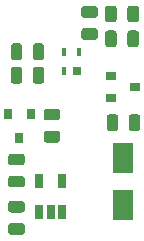
<source format=gbr>
G04 #@! TF.GenerationSoftware,KiCad,Pcbnew,(5.1.5)-3*
G04 #@! TF.CreationDate,2020-06-17T19:37:57+02:00*
G04 #@! TF.ProjectId,LowBatAlarm,4c6f7742-6174-4416-9c61-726d2e6b6963,rev?*
G04 #@! TF.SameCoordinates,Original*
G04 #@! TF.FileFunction,Paste,Top*
G04 #@! TF.FilePolarity,Positive*
%FSLAX46Y46*%
G04 Gerber Fmt 4.6, Leading zero omitted, Abs format (unit mm)*
G04 Created by KiCad (PCBNEW (5.1.5)-3) date 2020-06-17 19:37:57*
%MOMM*%
%LPD*%
G04 APERTURE LIST*
%ADD10C,0.100000*%
%ADD11R,1.800000X2.500000*%
%ADD12R,0.800000X0.900000*%
%ADD13R,0.650000X1.220000*%
%ADD14R,0.400000X0.750000*%
%ADD15R,0.800000X0.750000*%
%ADD16R,0.900000X0.800000*%
G04 APERTURE END LIST*
D10*
G36*
X140680142Y-92013674D02*
G01*
X140703803Y-92017184D01*
X140727007Y-92022996D01*
X140749529Y-92031054D01*
X140771153Y-92041282D01*
X140791670Y-92053579D01*
X140810883Y-92067829D01*
X140828607Y-92083893D01*
X140844671Y-92101617D01*
X140858921Y-92120830D01*
X140871218Y-92141347D01*
X140881446Y-92162971D01*
X140889504Y-92185493D01*
X140895316Y-92208697D01*
X140898826Y-92232358D01*
X140900000Y-92256250D01*
X140900000Y-92743750D01*
X140898826Y-92767642D01*
X140895316Y-92791303D01*
X140889504Y-92814507D01*
X140881446Y-92837029D01*
X140871218Y-92858653D01*
X140858921Y-92879170D01*
X140844671Y-92898383D01*
X140828607Y-92916107D01*
X140810883Y-92932171D01*
X140791670Y-92946421D01*
X140771153Y-92958718D01*
X140749529Y-92968946D01*
X140727007Y-92977004D01*
X140703803Y-92982816D01*
X140680142Y-92986326D01*
X140656250Y-92987500D01*
X139743750Y-92987500D01*
X139719858Y-92986326D01*
X139696197Y-92982816D01*
X139672993Y-92977004D01*
X139650471Y-92968946D01*
X139628847Y-92958718D01*
X139608330Y-92946421D01*
X139589117Y-92932171D01*
X139571393Y-92916107D01*
X139555329Y-92898383D01*
X139541079Y-92879170D01*
X139528782Y-92858653D01*
X139518554Y-92837029D01*
X139510496Y-92814507D01*
X139504684Y-92791303D01*
X139501174Y-92767642D01*
X139500000Y-92743750D01*
X139500000Y-92256250D01*
X139501174Y-92232358D01*
X139504684Y-92208697D01*
X139510496Y-92185493D01*
X139518554Y-92162971D01*
X139528782Y-92141347D01*
X139541079Y-92120830D01*
X139555329Y-92101617D01*
X139571393Y-92083893D01*
X139589117Y-92067829D01*
X139608330Y-92053579D01*
X139628847Y-92041282D01*
X139650471Y-92031054D01*
X139672993Y-92022996D01*
X139696197Y-92017184D01*
X139719858Y-92013674D01*
X139743750Y-92012500D01*
X140656250Y-92012500D01*
X140680142Y-92013674D01*
G37*
G36*
X140680142Y-90138674D02*
G01*
X140703803Y-90142184D01*
X140727007Y-90147996D01*
X140749529Y-90156054D01*
X140771153Y-90166282D01*
X140791670Y-90178579D01*
X140810883Y-90192829D01*
X140828607Y-90208893D01*
X140844671Y-90226617D01*
X140858921Y-90245830D01*
X140871218Y-90266347D01*
X140881446Y-90287971D01*
X140889504Y-90310493D01*
X140895316Y-90333697D01*
X140898826Y-90357358D01*
X140900000Y-90381250D01*
X140900000Y-90868750D01*
X140898826Y-90892642D01*
X140895316Y-90916303D01*
X140889504Y-90939507D01*
X140881446Y-90962029D01*
X140871218Y-90983653D01*
X140858921Y-91004170D01*
X140844671Y-91023383D01*
X140828607Y-91041107D01*
X140810883Y-91057171D01*
X140791670Y-91071421D01*
X140771153Y-91083718D01*
X140749529Y-91093946D01*
X140727007Y-91102004D01*
X140703803Y-91107816D01*
X140680142Y-91111326D01*
X140656250Y-91112500D01*
X139743750Y-91112500D01*
X139719858Y-91111326D01*
X139696197Y-91107816D01*
X139672993Y-91102004D01*
X139650471Y-91093946D01*
X139628847Y-91083718D01*
X139608330Y-91071421D01*
X139589117Y-91057171D01*
X139571393Y-91041107D01*
X139555329Y-91023383D01*
X139541079Y-91004170D01*
X139528782Y-90983653D01*
X139518554Y-90962029D01*
X139510496Y-90939507D01*
X139504684Y-90916303D01*
X139501174Y-90892642D01*
X139500000Y-90868750D01*
X139500000Y-90381250D01*
X139501174Y-90357358D01*
X139504684Y-90333697D01*
X139510496Y-90310493D01*
X139518554Y-90287971D01*
X139528782Y-90266347D01*
X139541079Y-90245830D01*
X139555329Y-90226617D01*
X139571393Y-90208893D01*
X139589117Y-90192829D01*
X139608330Y-90178579D01*
X139628847Y-90166282D01*
X139650471Y-90156054D01*
X139672993Y-90147996D01*
X139696197Y-90142184D01*
X139719858Y-90138674D01*
X139743750Y-90137500D01*
X140656250Y-90137500D01*
X140680142Y-90138674D01*
G37*
G36*
X142392642Y-99301174D02*
G01*
X142416303Y-99304684D01*
X142439507Y-99310496D01*
X142462029Y-99318554D01*
X142483653Y-99328782D01*
X142504170Y-99341079D01*
X142523383Y-99355329D01*
X142541107Y-99371393D01*
X142557171Y-99389117D01*
X142571421Y-99408330D01*
X142583718Y-99428847D01*
X142593946Y-99450471D01*
X142602004Y-99472993D01*
X142607816Y-99496197D01*
X142611326Y-99519858D01*
X142612500Y-99543750D01*
X142612500Y-100456250D01*
X142611326Y-100480142D01*
X142607816Y-100503803D01*
X142602004Y-100527007D01*
X142593946Y-100549529D01*
X142583718Y-100571153D01*
X142571421Y-100591670D01*
X142557171Y-100610883D01*
X142541107Y-100628607D01*
X142523383Y-100644671D01*
X142504170Y-100658921D01*
X142483653Y-100671218D01*
X142462029Y-100681446D01*
X142439507Y-100689504D01*
X142416303Y-100695316D01*
X142392642Y-100698826D01*
X142368750Y-100700000D01*
X141881250Y-100700000D01*
X141857358Y-100698826D01*
X141833697Y-100695316D01*
X141810493Y-100689504D01*
X141787971Y-100681446D01*
X141766347Y-100671218D01*
X141745830Y-100658921D01*
X141726617Y-100644671D01*
X141708893Y-100628607D01*
X141692829Y-100610883D01*
X141678579Y-100591670D01*
X141666282Y-100571153D01*
X141656054Y-100549529D01*
X141647996Y-100527007D01*
X141642184Y-100503803D01*
X141638674Y-100480142D01*
X141637500Y-100456250D01*
X141637500Y-99543750D01*
X141638674Y-99519858D01*
X141642184Y-99496197D01*
X141647996Y-99472993D01*
X141656054Y-99450471D01*
X141666282Y-99428847D01*
X141678579Y-99408330D01*
X141692829Y-99389117D01*
X141708893Y-99371393D01*
X141726617Y-99355329D01*
X141745830Y-99341079D01*
X141766347Y-99328782D01*
X141787971Y-99318554D01*
X141810493Y-99310496D01*
X141833697Y-99304684D01*
X141857358Y-99301174D01*
X141881250Y-99300000D01*
X142368750Y-99300000D01*
X142392642Y-99301174D01*
G37*
G36*
X144267642Y-99301174D02*
G01*
X144291303Y-99304684D01*
X144314507Y-99310496D01*
X144337029Y-99318554D01*
X144358653Y-99328782D01*
X144379170Y-99341079D01*
X144398383Y-99355329D01*
X144416107Y-99371393D01*
X144432171Y-99389117D01*
X144446421Y-99408330D01*
X144458718Y-99428847D01*
X144468946Y-99450471D01*
X144477004Y-99472993D01*
X144482816Y-99496197D01*
X144486326Y-99519858D01*
X144487500Y-99543750D01*
X144487500Y-100456250D01*
X144486326Y-100480142D01*
X144482816Y-100503803D01*
X144477004Y-100527007D01*
X144468946Y-100549529D01*
X144458718Y-100571153D01*
X144446421Y-100591670D01*
X144432171Y-100610883D01*
X144416107Y-100628607D01*
X144398383Y-100644671D01*
X144379170Y-100658921D01*
X144358653Y-100671218D01*
X144337029Y-100681446D01*
X144314507Y-100689504D01*
X144291303Y-100695316D01*
X144267642Y-100698826D01*
X144243750Y-100700000D01*
X143756250Y-100700000D01*
X143732358Y-100698826D01*
X143708697Y-100695316D01*
X143685493Y-100689504D01*
X143662971Y-100681446D01*
X143641347Y-100671218D01*
X143620830Y-100658921D01*
X143601617Y-100644671D01*
X143583893Y-100628607D01*
X143567829Y-100610883D01*
X143553579Y-100591670D01*
X143541282Y-100571153D01*
X143531054Y-100549529D01*
X143522996Y-100527007D01*
X143517184Y-100503803D01*
X143513674Y-100480142D01*
X143512500Y-100456250D01*
X143512500Y-99543750D01*
X143513674Y-99519858D01*
X143517184Y-99496197D01*
X143522996Y-99472993D01*
X143531054Y-99450471D01*
X143541282Y-99428847D01*
X143553579Y-99408330D01*
X143567829Y-99389117D01*
X143583893Y-99371393D01*
X143601617Y-99355329D01*
X143620830Y-99341079D01*
X143641347Y-99328782D01*
X143662971Y-99318554D01*
X143685493Y-99310496D01*
X143708697Y-99304684D01*
X143732358Y-99301174D01*
X143756250Y-99300000D01*
X144243750Y-99300000D01*
X144267642Y-99301174D01*
G37*
G36*
X137480142Y-100713674D02*
G01*
X137503803Y-100717184D01*
X137527007Y-100722996D01*
X137549529Y-100731054D01*
X137571153Y-100741282D01*
X137591670Y-100753579D01*
X137610883Y-100767829D01*
X137628607Y-100783893D01*
X137644671Y-100801617D01*
X137658921Y-100820830D01*
X137671218Y-100841347D01*
X137681446Y-100862971D01*
X137689504Y-100885493D01*
X137695316Y-100908697D01*
X137698826Y-100932358D01*
X137700000Y-100956250D01*
X137700000Y-101443750D01*
X137698826Y-101467642D01*
X137695316Y-101491303D01*
X137689504Y-101514507D01*
X137681446Y-101537029D01*
X137671218Y-101558653D01*
X137658921Y-101579170D01*
X137644671Y-101598383D01*
X137628607Y-101616107D01*
X137610883Y-101632171D01*
X137591670Y-101646421D01*
X137571153Y-101658718D01*
X137549529Y-101668946D01*
X137527007Y-101677004D01*
X137503803Y-101682816D01*
X137480142Y-101686326D01*
X137456250Y-101687500D01*
X136543750Y-101687500D01*
X136519858Y-101686326D01*
X136496197Y-101682816D01*
X136472993Y-101677004D01*
X136450471Y-101668946D01*
X136428847Y-101658718D01*
X136408330Y-101646421D01*
X136389117Y-101632171D01*
X136371393Y-101616107D01*
X136355329Y-101598383D01*
X136341079Y-101579170D01*
X136328782Y-101558653D01*
X136318554Y-101537029D01*
X136310496Y-101514507D01*
X136304684Y-101491303D01*
X136301174Y-101467642D01*
X136300000Y-101443750D01*
X136300000Y-100956250D01*
X136301174Y-100932358D01*
X136304684Y-100908697D01*
X136310496Y-100885493D01*
X136318554Y-100862971D01*
X136328782Y-100841347D01*
X136341079Y-100820830D01*
X136355329Y-100801617D01*
X136371393Y-100783893D01*
X136389117Y-100767829D01*
X136408330Y-100753579D01*
X136428847Y-100741282D01*
X136450471Y-100731054D01*
X136472993Y-100722996D01*
X136496197Y-100717184D01*
X136519858Y-100713674D01*
X136543750Y-100712500D01*
X137456250Y-100712500D01*
X137480142Y-100713674D01*
G37*
G36*
X137480142Y-98838674D02*
G01*
X137503803Y-98842184D01*
X137527007Y-98847996D01*
X137549529Y-98856054D01*
X137571153Y-98866282D01*
X137591670Y-98878579D01*
X137610883Y-98892829D01*
X137628607Y-98908893D01*
X137644671Y-98926617D01*
X137658921Y-98945830D01*
X137671218Y-98966347D01*
X137681446Y-98987971D01*
X137689504Y-99010493D01*
X137695316Y-99033697D01*
X137698826Y-99057358D01*
X137700000Y-99081250D01*
X137700000Y-99568750D01*
X137698826Y-99592642D01*
X137695316Y-99616303D01*
X137689504Y-99639507D01*
X137681446Y-99662029D01*
X137671218Y-99683653D01*
X137658921Y-99704170D01*
X137644671Y-99723383D01*
X137628607Y-99741107D01*
X137610883Y-99757171D01*
X137591670Y-99771421D01*
X137571153Y-99783718D01*
X137549529Y-99793946D01*
X137527007Y-99802004D01*
X137503803Y-99807816D01*
X137480142Y-99811326D01*
X137456250Y-99812500D01*
X136543750Y-99812500D01*
X136519858Y-99811326D01*
X136496197Y-99807816D01*
X136472993Y-99802004D01*
X136450471Y-99793946D01*
X136428847Y-99783718D01*
X136408330Y-99771421D01*
X136389117Y-99757171D01*
X136371393Y-99741107D01*
X136355329Y-99723383D01*
X136341079Y-99704170D01*
X136328782Y-99683653D01*
X136318554Y-99662029D01*
X136310496Y-99639507D01*
X136304684Y-99616303D01*
X136301174Y-99592642D01*
X136300000Y-99568750D01*
X136300000Y-99081250D01*
X136301174Y-99057358D01*
X136304684Y-99033697D01*
X136310496Y-99010493D01*
X136318554Y-98987971D01*
X136328782Y-98966347D01*
X136341079Y-98945830D01*
X136355329Y-98926617D01*
X136371393Y-98908893D01*
X136389117Y-98892829D01*
X136408330Y-98878579D01*
X136428847Y-98866282D01*
X136450471Y-98856054D01*
X136472993Y-98847996D01*
X136496197Y-98842184D01*
X136519858Y-98838674D01*
X136543750Y-98837500D01*
X137456250Y-98837500D01*
X137480142Y-98838674D01*
G37*
D11*
X143000000Y-103000000D03*
X143000000Y-107000000D03*
D12*
X134250000Y-101300000D03*
X133300000Y-99300000D03*
X135200000Y-99300000D03*
D13*
X135950000Y-104980000D03*
X137850000Y-104980000D03*
X137850000Y-107600000D03*
X136900000Y-107600000D03*
X135950000Y-107600000D03*
D10*
G36*
X134480142Y-106638674D02*
G01*
X134503803Y-106642184D01*
X134527007Y-106647996D01*
X134549529Y-106656054D01*
X134571153Y-106666282D01*
X134591670Y-106678579D01*
X134610883Y-106692829D01*
X134628607Y-106708893D01*
X134644671Y-106726617D01*
X134658921Y-106745830D01*
X134671218Y-106766347D01*
X134681446Y-106787971D01*
X134689504Y-106810493D01*
X134695316Y-106833697D01*
X134698826Y-106857358D01*
X134700000Y-106881250D01*
X134700000Y-107368750D01*
X134698826Y-107392642D01*
X134695316Y-107416303D01*
X134689504Y-107439507D01*
X134681446Y-107462029D01*
X134671218Y-107483653D01*
X134658921Y-107504170D01*
X134644671Y-107523383D01*
X134628607Y-107541107D01*
X134610883Y-107557171D01*
X134591670Y-107571421D01*
X134571153Y-107583718D01*
X134549529Y-107593946D01*
X134527007Y-107602004D01*
X134503803Y-107607816D01*
X134480142Y-107611326D01*
X134456250Y-107612500D01*
X133543750Y-107612500D01*
X133519858Y-107611326D01*
X133496197Y-107607816D01*
X133472993Y-107602004D01*
X133450471Y-107593946D01*
X133428847Y-107583718D01*
X133408330Y-107571421D01*
X133389117Y-107557171D01*
X133371393Y-107541107D01*
X133355329Y-107523383D01*
X133341079Y-107504170D01*
X133328782Y-107483653D01*
X133318554Y-107462029D01*
X133310496Y-107439507D01*
X133304684Y-107416303D01*
X133301174Y-107392642D01*
X133300000Y-107368750D01*
X133300000Y-106881250D01*
X133301174Y-106857358D01*
X133304684Y-106833697D01*
X133310496Y-106810493D01*
X133318554Y-106787971D01*
X133328782Y-106766347D01*
X133341079Y-106745830D01*
X133355329Y-106726617D01*
X133371393Y-106708893D01*
X133389117Y-106692829D01*
X133408330Y-106678579D01*
X133428847Y-106666282D01*
X133450471Y-106656054D01*
X133472993Y-106647996D01*
X133496197Y-106642184D01*
X133519858Y-106638674D01*
X133543750Y-106637500D01*
X134456250Y-106637500D01*
X134480142Y-106638674D01*
G37*
G36*
X134480142Y-108513674D02*
G01*
X134503803Y-108517184D01*
X134527007Y-108522996D01*
X134549529Y-108531054D01*
X134571153Y-108541282D01*
X134591670Y-108553579D01*
X134610883Y-108567829D01*
X134628607Y-108583893D01*
X134644671Y-108601617D01*
X134658921Y-108620830D01*
X134671218Y-108641347D01*
X134681446Y-108662971D01*
X134689504Y-108685493D01*
X134695316Y-108708697D01*
X134698826Y-108732358D01*
X134700000Y-108756250D01*
X134700000Y-109243750D01*
X134698826Y-109267642D01*
X134695316Y-109291303D01*
X134689504Y-109314507D01*
X134681446Y-109337029D01*
X134671218Y-109358653D01*
X134658921Y-109379170D01*
X134644671Y-109398383D01*
X134628607Y-109416107D01*
X134610883Y-109432171D01*
X134591670Y-109446421D01*
X134571153Y-109458718D01*
X134549529Y-109468946D01*
X134527007Y-109477004D01*
X134503803Y-109482816D01*
X134480142Y-109486326D01*
X134456250Y-109487500D01*
X133543750Y-109487500D01*
X133519858Y-109486326D01*
X133496197Y-109482816D01*
X133472993Y-109477004D01*
X133450471Y-109468946D01*
X133428847Y-109458718D01*
X133408330Y-109446421D01*
X133389117Y-109432171D01*
X133371393Y-109416107D01*
X133355329Y-109398383D01*
X133341079Y-109379170D01*
X133328782Y-109358653D01*
X133318554Y-109337029D01*
X133310496Y-109314507D01*
X133304684Y-109291303D01*
X133301174Y-109267642D01*
X133300000Y-109243750D01*
X133300000Y-108756250D01*
X133301174Y-108732358D01*
X133304684Y-108708697D01*
X133310496Y-108685493D01*
X133318554Y-108662971D01*
X133328782Y-108641347D01*
X133341079Y-108620830D01*
X133355329Y-108601617D01*
X133371393Y-108583893D01*
X133389117Y-108567829D01*
X133408330Y-108553579D01*
X133428847Y-108541282D01*
X133450471Y-108531054D01*
X133472993Y-108522996D01*
X133496197Y-108517184D01*
X133519858Y-108513674D01*
X133543750Y-108512500D01*
X134456250Y-108512500D01*
X134480142Y-108513674D01*
G37*
G36*
X134480142Y-102638674D02*
G01*
X134503803Y-102642184D01*
X134527007Y-102647996D01*
X134549529Y-102656054D01*
X134571153Y-102666282D01*
X134591670Y-102678579D01*
X134610883Y-102692829D01*
X134628607Y-102708893D01*
X134644671Y-102726617D01*
X134658921Y-102745830D01*
X134671218Y-102766347D01*
X134681446Y-102787971D01*
X134689504Y-102810493D01*
X134695316Y-102833697D01*
X134698826Y-102857358D01*
X134700000Y-102881250D01*
X134700000Y-103368750D01*
X134698826Y-103392642D01*
X134695316Y-103416303D01*
X134689504Y-103439507D01*
X134681446Y-103462029D01*
X134671218Y-103483653D01*
X134658921Y-103504170D01*
X134644671Y-103523383D01*
X134628607Y-103541107D01*
X134610883Y-103557171D01*
X134591670Y-103571421D01*
X134571153Y-103583718D01*
X134549529Y-103593946D01*
X134527007Y-103602004D01*
X134503803Y-103607816D01*
X134480142Y-103611326D01*
X134456250Y-103612500D01*
X133543750Y-103612500D01*
X133519858Y-103611326D01*
X133496197Y-103607816D01*
X133472993Y-103602004D01*
X133450471Y-103593946D01*
X133428847Y-103583718D01*
X133408330Y-103571421D01*
X133389117Y-103557171D01*
X133371393Y-103541107D01*
X133355329Y-103523383D01*
X133341079Y-103504170D01*
X133328782Y-103483653D01*
X133318554Y-103462029D01*
X133310496Y-103439507D01*
X133304684Y-103416303D01*
X133301174Y-103392642D01*
X133300000Y-103368750D01*
X133300000Y-102881250D01*
X133301174Y-102857358D01*
X133304684Y-102833697D01*
X133310496Y-102810493D01*
X133318554Y-102787971D01*
X133328782Y-102766347D01*
X133341079Y-102745830D01*
X133355329Y-102726617D01*
X133371393Y-102708893D01*
X133389117Y-102692829D01*
X133408330Y-102678579D01*
X133428847Y-102666282D01*
X133450471Y-102656054D01*
X133472993Y-102647996D01*
X133496197Y-102642184D01*
X133519858Y-102638674D01*
X133543750Y-102637500D01*
X134456250Y-102637500D01*
X134480142Y-102638674D01*
G37*
G36*
X134480142Y-104513674D02*
G01*
X134503803Y-104517184D01*
X134527007Y-104522996D01*
X134549529Y-104531054D01*
X134571153Y-104541282D01*
X134591670Y-104553579D01*
X134610883Y-104567829D01*
X134628607Y-104583893D01*
X134644671Y-104601617D01*
X134658921Y-104620830D01*
X134671218Y-104641347D01*
X134681446Y-104662971D01*
X134689504Y-104685493D01*
X134695316Y-104708697D01*
X134698826Y-104732358D01*
X134700000Y-104756250D01*
X134700000Y-105243750D01*
X134698826Y-105267642D01*
X134695316Y-105291303D01*
X134689504Y-105314507D01*
X134681446Y-105337029D01*
X134671218Y-105358653D01*
X134658921Y-105379170D01*
X134644671Y-105398383D01*
X134628607Y-105416107D01*
X134610883Y-105432171D01*
X134591670Y-105446421D01*
X134571153Y-105458718D01*
X134549529Y-105468946D01*
X134527007Y-105477004D01*
X134503803Y-105482816D01*
X134480142Y-105486326D01*
X134456250Y-105487500D01*
X133543750Y-105487500D01*
X133519858Y-105486326D01*
X133496197Y-105482816D01*
X133472993Y-105477004D01*
X133450471Y-105468946D01*
X133428847Y-105458718D01*
X133408330Y-105446421D01*
X133389117Y-105432171D01*
X133371393Y-105416107D01*
X133355329Y-105398383D01*
X133341079Y-105379170D01*
X133328782Y-105358653D01*
X133318554Y-105337029D01*
X133310496Y-105314507D01*
X133304684Y-105291303D01*
X133301174Y-105267642D01*
X133300000Y-105243750D01*
X133300000Y-104756250D01*
X133301174Y-104732358D01*
X133304684Y-104708697D01*
X133310496Y-104685493D01*
X133318554Y-104662971D01*
X133328782Y-104641347D01*
X133341079Y-104620830D01*
X133355329Y-104601617D01*
X133371393Y-104583893D01*
X133389117Y-104567829D01*
X133408330Y-104553579D01*
X133428847Y-104541282D01*
X133450471Y-104531054D01*
X133472993Y-104522996D01*
X133496197Y-104517184D01*
X133519858Y-104513674D01*
X133543750Y-104512500D01*
X134456250Y-104512500D01*
X134480142Y-104513674D01*
G37*
G36*
X136142642Y-93301174D02*
G01*
X136166303Y-93304684D01*
X136189507Y-93310496D01*
X136212029Y-93318554D01*
X136233653Y-93328782D01*
X136254170Y-93341079D01*
X136273383Y-93355329D01*
X136291107Y-93371393D01*
X136307171Y-93389117D01*
X136321421Y-93408330D01*
X136333718Y-93428847D01*
X136343946Y-93450471D01*
X136352004Y-93472993D01*
X136357816Y-93496197D01*
X136361326Y-93519858D01*
X136362500Y-93543750D01*
X136362500Y-94456250D01*
X136361326Y-94480142D01*
X136357816Y-94503803D01*
X136352004Y-94527007D01*
X136343946Y-94549529D01*
X136333718Y-94571153D01*
X136321421Y-94591670D01*
X136307171Y-94610883D01*
X136291107Y-94628607D01*
X136273383Y-94644671D01*
X136254170Y-94658921D01*
X136233653Y-94671218D01*
X136212029Y-94681446D01*
X136189507Y-94689504D01*
X136166303Y-94695316D01*
X136142642Y-94698826D01*
X136118750Y-94700000D01*
X135631250Y-94700000D01*
X135607358Y-94698826D01*
X135583697Y-94695316D01*
X135560493Y-94689504D01*
X135537971Y-94681446D01*
X135516347Y-94671218D01*
X135495830Y-94658921D01*
X135476617Y-94644671D01*
X135458893Y-94628607D01*
X135442829Y-94610883D01*
X135428579Y-94591670D01*
X135416282Y-94571153D01*
X135406054Y-94549529D01*
X135397996Y-94527007D01*
X135392184Y-94503803D01*
X135388674Y-94480142D01*
X135387500Y-94456250D01*
X135387500Y-93543750D01*
X135388674Y-93519858D01*
X135392184Y-93496197D01*
X135397996Y-93472993D01*
X135406054Y-93450471D01*
X135416282Y-93428847D01*
X135428579Y-93408330D01*
X135442829Y-93389117D01*
X135458893Y-93371393D01*
X135476617Y-93355329D01*
X135495830Y-93341079D01*
X135516347Y-93328782D01*
X135537971Y-93318554D01*
X135560493Y-93310496D01*
X135583697Y-93304684D01*
X135607358Y-93301174D01*
X135631250Y-93300000D01*
X136118750Y-93300000D01*
X136142642Y-93301174D01*
G37*
G36*
X134267642Y-93301174D02*
G01*
X134291303Y-93304684D01*
X134314507Y-93310496D01*
X134337029Y-93318554D01*
X134358653Y-93328782D01*
X134379170Y-93341079D01*
X134398383Y-93355329D01*
X134416107Y-93371393D01*
X134432171Y-93389117D01*
X134446421Y-93408330D01*
X134458718Y-93428847D01*
X134468946Y-93450471D01*
X134477004Y-93472993D01*
X134482816Y-93496197D01*
X134486326Y-93519858D01*
X134487500Y-93543750D01*
X134487500Y-94456250D01*
X134486326Y-94480142D01*
X134482816Y-94503803D01*
X134477004Y-94527007D01*
X134468946Y-94549529D01*
X134458718Y-94571153D01*
X134446421Y-94591670D01*
X134432171Y-94610883D01*
X134416107Y-94628607D01*
X134398383Y-94644671D01*
X134379170Y-94658921D01*
X134358653Y-94671218D01*
X134337029Y-94681446D01*
X134314507Y-94689504D01*
X134291303Y-94695316D01*
X134267642Y-94698826D01*
X134243750Y-94700000D01*
X133756250Y-94700000D01*
X133732358Y-94698826D01*
X133708697Y-94695316D01*
X133685493Y-94689504D01*
X133662971Y-94681446D01*
X133641347Y-94671218D01*
X133620830Y-94658921D01*
X133601617Y-94644671D01*
X133583893Y-94628607D01*
X133567829Y-94610883D01*
X133553579Y-94591670D01*
X133541282Y-94571153D01*
X133531054Y-94549529D01*
X133522996Y-94527007D01*
X133517184Y-94503803D01*
X133513674Y-94480142D01*
X133512500Y-94456250D01*
X133512500Y-93543750D01*
X133513674Y-93519858D01*
X133517184Y-93496197D01*
X133522996Y-93472993D01*
X133531054Y-93450471D01*
X133541282Y-93428847D01*
X133553579Y-93408330D01*
X133567829Y-93389117D01*
X133583893Y-93371393D01*
X133601617Y-93355329D01*
X133620830Y-93341079D01*
X133641347Y-93328782D01*
X133662971Y-93318554D01*
X133685493Y-93310496D01*
X133708697Y-93304684D01*
X133732358Y-93301174D01*
X133756250Y-93300000D01*
X134243750Y-93300000D01*
X134267642Y-93301174D01*
G37*
G36*
X136142642Y-95301174D02*
G01*
X136166303Y-95304684D01*
X136189507Y-95310496D01*
X136212029Y-95318554D01*
X136233653Y-95328782D01*
X136254170Y-95341079D01*
X136273383Y-95355329D01*
X136291107Y-95371393D01*
X136307171Y-95389117D01*
X136321421Y-95408330D01*
X136333718Y-95428847D01*
X136343946Y-95450471D01*
X136352004Y-95472993D01*
X136357816Y-95496197D01*
X136361326Y-95519858D01*
X136362500Y-95543750D01*
X136362500Y-96456250D01*
X136361326Y-96480142D01*
X136357816Y-96503803D01*
X136352004Y-96527007D01*
X136343946Y-96549529D01*
X136333718Y-96571153D01*
X136321421Y-96591670D01*
X136307171Y-96610883D01*
X136291107Y-96628607D01*
X136273383Y-96644671D01*
X136254170Y-96658921D01*
X136233653Y-96671218D01*
X136212029Y-96681446D01*
X136189507Y-96689504D01*
X136166303Y-96695316D01*
X136142642Y-96698826D01*
X136118750Y-96700000D01*
X135631250Y-96700000D01*
X135607358Y-96698826D01*
X135583697Y-96695316D01*
X135560493Y-96689504D01*
X135537971Y-96681446D01*
X135516347Y-96671218D01*
X135495830Y-96658921D01*
X135476617Y-96644671D01*
X135458893Y-96628607D01*
X135442829Y-96610883D01*
X135428579Y-96591670D01*
X135416282Y-96571153D01*
X135406054Y-96549529D01*
X135397996Y-96527007D01*
X135392184Y-96503803D01*
X135388674Y-96480142D01*
X135387500Y-96456250D01*
X135387500Y-95543750D01*
X135388674Y-95519858D01*
X135392184Y-95496197D01*
X135397996Y-95472993D01*
X135406054Y-95450471D01*
X135416282Y-95428847D01*
X135428579Y-95408330D01*
X135442829Y-95389117D01*
X135458893Y-95371393D01*
X135476617Y-95355329D01*
X135495830Y-95341079D01*
X135516347Y-95328782D01*
X135537971Y-95318554D01*
X135560493Y-95310496D01*
X135583697Y-95304684D01*
X135607358Y-95301174D01*
X135631250Y-95300000D01*
X136118750Y-95300000D01*
X136142642Y-95301174D01*
G37*
G36*
X134267642Y-95301174D02*
G01*
X134291303Y-95304684D01*
X134314507Y-95310496D01*
X134337029Y-95318554D01*
X134358653Y-95328782D01*
X134379170Y-95341079D01*
X134398383Y-95355329D01*
X134416107Y-95371393D01*
X134432171Y-95389117D01*
X134446421Y-95408330D01*
X134458718Y-95428847D01*
X134468946Y-95450471D01*
X134477004Y-95472993D01*
X134482816Y-95496197D01*
X134486326Y-95519858D01*
X134487500Y-95543750D01*
X134487500Y-96456250D01*
X134486326Y-96480142D01*
X134482816Y-96503803D01*
X134477004Y-96527007D01*
X134468946Y-96549529D01*
X134458718Y-96571153D01*
X134446421Y-96591670D01*
X134432171Y-96610883D01*
X134416107Y-96628607D01*
X134398383Y-96644671D01*
X134379170Y-96658921D01*
X134358653Y-96671218D01*
X134337029Y-96681446D01*
X134314507Y-96689504D01*
X134291303Y-96695316D01*
X134267642Y-96698826D01*
X134243750Y-96700000D01*
X133756250Y-96700000D01*
X133732358Y-96698826D01*
X133708697Y-96695316D01*
X133685493Y-96689504D01*
X133662971Y-96681446D01*
X133641347Y-96671218D01*
X133620830Y-96658921D01*
X133601617Y-96644671D01*
X133583893Y-96628607D01*
X133567829Y-96610883D01*
X133553579Y-96591670D01*
X133541282Y-96571153D01*
X133531054Y-96549529D01*
X133522996Y-96527007D01*
X133517184Y-96503803D01*
X133513674Y-96480142D01*
X133512500Y-96456250D01*
X133512500Y-95543750D01*
X133513674Y-95519858D01*
X133517184Y-95496197D01*
X133522996Y-95472993D01*
X133531054Y-95450471D01*
X133541282Y-95428847D01*
X133553579Y-95408330D01*
X133567829Y-95389117D01*
X133583893Y-95371393D01*
X133601617Y-95355329D01*
X133620830Y-95341079D01*
X133641347Y-95328782D01*
X133662971Y-95318554D01*
X133685493Y-95310496D01*
X133708697Y-95304684D01*
X133732358Y-95301174D01*
X133756250Y-95300000D01*
X134243750Y-95300000D01*
X134267642Y-95301174D01*
G37*
D14*
X138000000Y-94000000D03*
X139300000Y-94000000D03*
D15*
X139150000Y-95650000D03*
D14*
X138000000Y-95650000D03*
D10*
G36*
X144142642Y-90101174D02*
G01*
X144166303Y-90104684D01*
X144189507Y-90110496D01*
X144212029Y-90118554D01*
X144233653Y-90128782D01*
X144254170Y-90141079D01*
X144273383Y-90155329D01*
X144291107Y-90171393D01*
X144307171Y-90189117D01*
X144321421Y-90208330D01*
X144333718Y-90228847D01*
X144343946Y-90250471D01*
X144352004Y-90272993D01*
X144357816Y-90296197D01*
X144361326Y-90319858D01*
X144362500Y-90343750D01*
X144362500Y-91256250D01*
X144361326Y-91280142D01*
X144357816Y-91303803D01*
X144352004Y-91327007D01*
X144343946Y-91349529D01*
X144333718Y-91371153D01*
X144321421Y-91391670D01*
X144307171Y-91410883D01*
X144291107Y-91428607D01*
X144273383Y-91444671D01*
X144254170Y-91458921D01*
X144233653Y-91471218D01*
X144212029Y-91481446D01*
X144189507Y-91489504D01*
X144166303Y-91495316D01*
X144142642Y-91498826D01*
X144118750Y-91500000D01*
X143631250Y-91500000D01*
X143607358Y-91498826D01*
X143583697Y-91495316D01*
X143560493Y-91489504D01*
X143537971Y-91481446D01*
X143516347Y-91471218D01*
X143495830Y-91458921D01*
X143476617Y-91444671D01*
X143458893Y-91428607D01*
X143442829Y-91410883D01*
X143428579Y-91391670D01*
X143416282Y-91371153D01*
X143406054Y-91349529D01*
X143397996Y-91327007D01*
X143392184Y-91303803D01*
X143388674Y-91280142D01*
X143387500Y-91256250D01*
X143387500Y-90343750D01*
X143388674Y-90319858D01*
X143392184Y-90296197D01*
X143397996Y-90272993D01*
X143406054Y-90250471D01*
X143416282Y-90228847D01*
X143428579Y-90208330D01*
X143442829Y-90189117D01*
X143458893Y-90171393D01*
X143476617Y-90155329D01*
X143495830Y-90141079D01*
X143516347Y-90128782D01*
X143537971Y-90118554D01*
X143560493Y-90110496D01*
X143583697Y-90104684D01*
X143607358Y-90101174D01*
X143631250Y-90100000D01*
X144118750Y-90100000D01*
X144142642Y-90101174D01*
G37*
G36*
X142267642Y-90101174D02*
G01*
X142291303Y-90104684D01*
X142314507Y-90110496D01*
X142337029Y-90118554D01*
X142358653Y-90128782D01*
X142379170Y-90141079D01*
X142398383Y-90155329D01*
X142416107Y-90171393D01*
X142432171Y-90189117D01*
X142446421Y-90208330D01*
X142458718Y-90228847D01*
X142468946Y-90250471D01*
X142477004Y-90272993D01*
X142482816Y-90296197D01*
X142486326Y-90319858D01*
X142487500Y-90343750D01*
X142487500Y-91256250D01*
X142486326Y-91280142D01*
X142482816Y-91303803D01*
X142477004Y-91327007D01*
X142468946Y-91349529D01*
X142458718Y-91371153D01*
X142446421Y-91391670D01*
X142432171Y-91410883D01*
X142416107Y-91428607D01*
X142398383Y-91444671D01*
X142379170Y-91458921D01*
X142358653Y-91471218D01*
X142337029Y-91481446D01*
X142314507Y-91489504D01*
X142291303Y-91495316D01*
X142267642Y-91498826D01*
X142243750Y-91500000D01*
X141756250Y-91500000D01*
X141732358Y-91498826D01*
X141708697Y-91495316D01*
X141685493Y-91489504D01*
X141662971Y-91481446D01*
X141641347Y-91471218D01*
X141620830Y-91458921D01*
X141601617Y-91444671D01*
X141583893Y-91428607D01*
X141567829Y-91410883D01*
X141553579Y-91391670D01*
X141541282Y-91371153D01*
X141531054Y-91349529D01*
X141522996Y-91327007D01*
X141517184Y-91303803D01*
X141513674Y-91280142D01*
X141512500Y-91256250D01*
X141512500Y-90343750D01*
X141513674Y-90319858D01*
X141517184Y-90296197D01*
X141522996Y-90272993D01*
X141531054Y-90250471D01*
X141541282Y-90228847D01*
X141553579Y-90208330D01*
X141567829Y-90189117D01*
X141583893Y-90171393D01*
X141601617Y-90155329D01*
X141620830Y-90141079D01*
X141641347Y-90128782D01*
X141662971Y-90118554D01*
X141685493Y-90110496D01*
X141708697Y-90104684D01*
X141732358Y-90101174D01*
X141756250Y-90100000D01*
X142243750Y-90100000D01*
X142267642Y-90101174D01*
G37*
D16*
X144000000Y-97000000D03*
X142000000Y-97950000D03*
X142000000Y-96050000D03*
D10*
G36*
X144142642Y-92201174D02*
G01*
X144166303Y-92204684D01*
X144189507Y-92210496D01*
X144212029Y-92218554D01*
X144233653Y-92228782D01*
X144254170Y-92241079D01*
X144273383Y-92255329D01*
X144291107Y-92271393D01*
X144307171Y-92289117D01*
X144321421Y-92308330D01*
X144333718Y-92328847D01*
X144343946Y-92350471D01*
X144352004Y-92372993D01*
X144357816Y-92396197D01*
X144361326Y-92419858D01*
X144362500Y-92443750D01*
X144362500Y-93356250D01*
X144361326Y-93380142D01*
X144357816Y-93403803D01*
X144352004Y-93427007D01*
X144343946Y-93449529D01*
X144333718Y-93471153D01*
X144321421Y-93491670D01*
X144307171Y-93510883D01*
X144291107Y-93528607D01*
X144273383Y-93544671D01*
X144254170Y-93558921D01*
X144233653Y-93571218D01*
X144212029Y-93581446D01*
X144189507Y-93589504D01*
X144166303Y-93595316D01*
X144142642Y-93598826D01*
X144118750Y-93600000D01*
X143631250Y-93600000D01*
X143607358Y-93598826D01*
X143583697Y-93595316D01*
X143560493Y-93589504D01*
X143537971Y-93581446D01*
X143516347Y-93571218D01*
X143495830Y-93558921D01*
X143476617Y-93544671D01*
X143458893Y-93528607D01*
X143442829Y-93510883D01*
X143428579Y-93491670D01*
X143416282Y-93471153D01*
X143406054Y-93449529D01*
X143397996Y-93427007D01*
X143392184Y-93403803D01*
X143388674Y-93380142D01*
X143387500Y-93356250D01*
X143387500Y-92443750D01*
X143388674Y-92419858D01*
X143392184Y-92396197D01*
X143397996Y-92372993D01*
X143406054Y-92350471D01*
X143416282Y-92328847D01*
X143428579Y-92308330D01*
X143442829Y-92289117D01*
X143458893Y-92271393D01*
X143476617Y-92255329D01*
X143495830Y-92241079D01*
X143516347Y-92228782D01*
X143537971Y-92218554D01*
X143560493Y-92210496D01*
X143583697Y-92204684D01*
X143607358Y-92201174D01*
X143631250Y-92200000D01*
X144118750Y-92200000D01*
X144142642Y-92201174D01*
G37*
G36*
X142267642Y-92201174D02*
G01*
X142291303Y-92204684D01*
X142314507Y-92210496D01*
X142337029Y-92218554D01*
X142358653Y-92228782D01*
X142379170Y-92241079D01*
X142398383Y-92255329D01*
X142416107Y-92271393D01*
X142432171Y-92289117D01*
X142446421Y-92308330D01*
X142458718Y-92328847D01*
X142468946Y-92350471D01*
X142477004Y-92372993D01*
X142482816Y-92396197D01*
X142486326Y-92419858D01*
X142487500Y-92443750D01*
X142487500Y-93356250D01*
X142486326Y-93380142D01*
X142482816Y-93403803D01*
X142477004Y-93427007D01*
X142468946Y-93449529D01*
X142458718Y-93471153D01*
X142446421Y-93491670D01*
X142432171Y-93510883D01*
X142416107Y-93528607D01*
X142398383Y-93544671D01*
X142379170Y-93558921D01*
X142358653Y-93571218D01*
X142337029Y-93581446D01*
X142314507Y-93589504D01*
X142291303Y-93595316D01*
X142267642Y-93598826D01*
X142243750Y-93600000D01*
X141756250Y-93600000D01*
X141732358Y-93598826D01*
X141708697Y-93595316D01*
X141685493Y-93589504D01*
X141662971Y-93581446D01*
X141641347Y-93571218D01*
X141620830Y-93558921D01*
X141601617Y-93544671D01*
X141583893Y-93528607D01*
X141567829Y-93510883D01*
X141553579Y-93491670D01*
X141541282Y-93471153D01*
X141531054Y-93449529D01*
X141522996Y-93427007D01*
X141517184Y-93403803D01*
X141513674Y-93380142D01*
X141512500Y-93356250D01*
X141512500Y-92443750D01*
X141513674Y-92419858D01*
X141517184Y-92396197D01*
X141522996Y-92372993D01*
X141531054Y-92350471D01*
X141541282Y-92328847D01*
X141553579Y-92308330D01*
X141567829Y-92289117D01*
X141583893Y-92271393D01*
X141601617Y-92255329D01*
X141620830Y-92241079D01*
X141641347Y-92228782D01*
X141662971Y-92218554D01*
X141685493Y-92210496D01*
X141708697Y-92204684D01*
X141732358Y-92201174D01*
X141756250Y-92200000D01*
X142243750Y-92200000D01*
X142267642Y-92201174D01*
G37*
M02*

</source>
